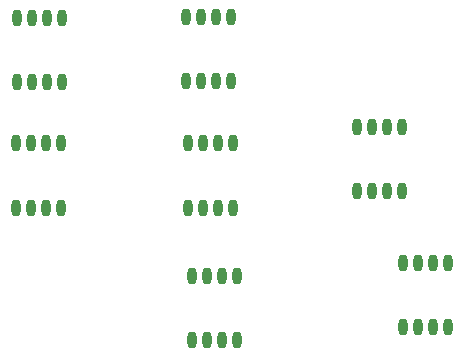
<source format=gbp>
G04 Layer_Color=128*
%FSLAX25Y25*%
%MOIN*%
G70*
G01*
G75*
%ADD41O,0.03150X0.05709*%
D41*
X222854Y318799D02*
D03*
X217854D02*
D03*
X212854D02*
D03*
X207854D02*
D03*
X222854Y340256D02*
D03*
X217854D02*
D03*
X212854D02*
D03*
X207854D02*
D03*
X222067Y360925D02*
D03*
X217067D02*
D03*
X212067D02*
D03*
X207067D02*
D03*
X222067Y382382D02*
D03*
X217067D02*
D03*
X212067D02*
D03*
X207067D02*
D03*
X294508Y279035D02*
D03*
X289508D02*
D03*
X284508D02*
D03*
X279508D02*
D03*
X294508Y300492D02*
D03*
X289508D02*
D03*
X284508D02*
D03*
X279508D02*
D03*
X279154Y324311D02*
D03*
X274154D02*
D03*
X269154D02*
D03*
X264154D02*
D03*
X279154Y345768D02*
D03*
X274154D02*
D03*
X269154D02*
D03*
X264154D02*
D03*
X165374Y318799D02*
D03*
X160374D02*
D03*
X155374D02*
D03*
X150374D02*
D03*
X165374Y340256D02*
D03*
X160374D02*
D03*
X155374D02*
D03*
X150374D02*
D03*
X224036Y274705D02*
D03*
X219036D02*
D03*
X214036D02*
D03*
X209036D02*
D03*
X224036Y296161D02*
D03*
X219036D02*
D03*
X214036D02*
D03*
X209036D02*
D03*
X165768Y360532D02*
D03*
X160768D02*
D03*
X155768D02*
D03*
X150768D02*
D03*
X165768Y381988D02*
D03*
X160768D02*
D03*
X155768D02*
D03*
X150768D02*
D03*
M02*

</source>
